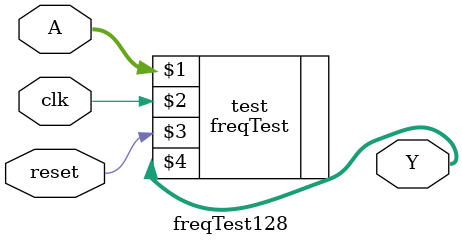
<source format=sv>
module freqTest128(input logic[127:0] A,
input logic clk, reset,
output  logic [127:0] Y);

freqTest #(128) test (A, clk, reset, Y);

endmodule

</source>
